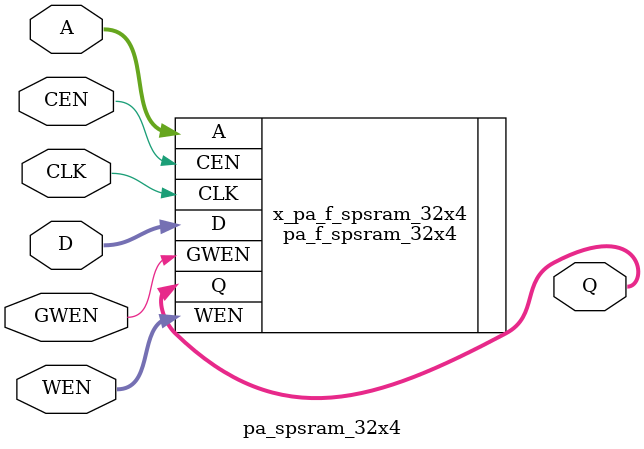
<source format=v>
/*Copyright 2020-2021 T-Head Semiconductor Co., Ltd.

Licensed under the Apache License, Version 2.0 (the "License");
you may not use this file except in compliance with the License.
You may obtain a copy of the License at

    http://www.apache.org/licenses/LICENSE-2.0

Unless required by applicable law or agreed to in writing, software
distributed under the License is distributed on an "AS IS" BASIS,
WITHOUT WARRANTIES OR CONDITIONS OF ANY KIND, either express or implied.
See the License for the specific language governing permissions and
limitations under the License.
*/

// &ModuleBeg; @22
module pa_spsram_32x4(
  A,
  CEN,
  CLK,
  D,
  GWEN,
  Q,
  WEN
);

// &Ports; @23
input   [4:0]  A;   
input          CEN; 
input          CLK; 
input   [3:0]  D;   
input          GWEN; 
input   [3:0]  WEN; 
output  [3:0]  Q;   

// &Regs; @24

// &Wires; @25
wire    [4:0]  A;   
wire           CEN; 
wire           CLK; 
wire    [3:0]  D;   
wire           GWEN; 
wire    [3:0]  Q;   
wire    [3:0]  WEN; 


//**********************************************************
//                  Parameter Definition
//**********************************************************
parameter ADDR_WIDTH = 5;
parameter DATA_WIDTH = 4;
parameter WE_WIDTH   = 4;

// &Force("bus","Q",DATA_WIDTH-1,0); @34
// &Force("bus","WEN",WE_WIDTH-1,0); @35
// &Force("bus","A",ADDR_WIDTH-1,0); @36
// &Force("bus","D",DATA_WIDTH-1,0); @37

//  //********************************************************
//  //*                        FPGA memory                   *
//  //********************************************************
//   &Instance("pa_f_spsram_32x4"); @43
pa_f_spsram_32x4  x_pa_f_spsram_32x4 (
  .A    (A   ),
  .CEN  (CEN ),
  .CLK  (CLK ),
  .D    (D   ),
  .GWEN (GWEN),
  .Q    (Q   ),
  .WEN  (WEN )
);

//   &Instance("pa_tsmc_spsram_32x4"); @49
//   &Instance("pa_gsmc_spsram_32x4"); @55

// &ModuleEnd; @71
endmodule



</source>
